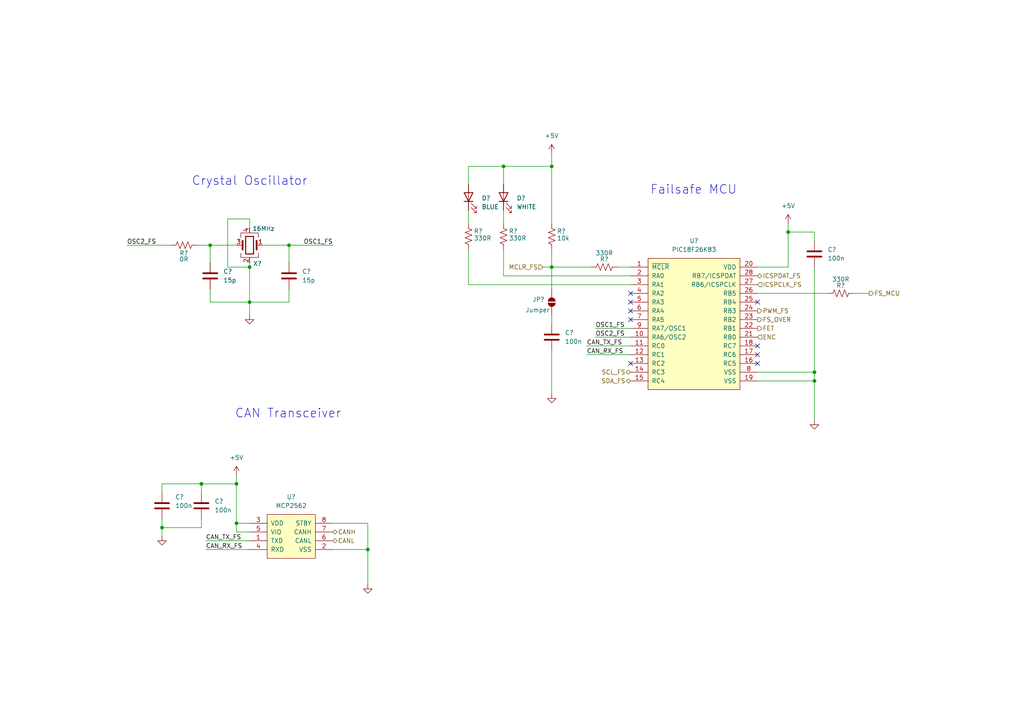
<source format=kicad_sch>
(kicad_sch (version 20231120) (generator "eeschema") (generator_version "8.0")
  (paper "A4")
  (lib_symbols
    (symbol "canhw:+5V" (power) (pin_numbers hide) (pin_names (offset 0) hide)
      (property "Value" "+5V" (at 0 3.556 0))
      (symbol "+5V_0_1"
        (polyline (pts (xy -0.762 1.27) (xy 0 2.54)))
        (polyline (pts (xy 0 0) (xy 0 2.54)))
        (polyline (pts (xy 0 2.54) (xy 0.762 1.27)))
      )
      (symbol "+5V_1_1"
        (pin power_in line (at 0 0 90) (length 0) (name "~") (number "1"))
      )
    )
    (symbol "canhw:C" (pin_numbers hide) (pin_names (offset 0.254))
      (property "Reference" "C" (at 0.635 2.54 0))
      (property "Value" "C" (at 0.635 -2.54 0))
      (symbol "C_0_1"
        (polyline (pts (xy -2.032 -0.762) (xy 2.032 -0.762)) (stroke (width 0.508)))
        (polyline (pts (xy -2.032 0.762) (xy 2.032 0.762)) (stroke (width 0.508)))
      )
      (symbol "C_1_1"
        (pin passive line (at 0 3.81 270) (length 2.794) (name "~") (number "1"))
        (pin passive line (at 0 -3.81 90) (length 2.794) (name "~") (number "2"))
      )
    )
    (symbol "canhw:Crystal_GND24" (pin_names (offset 1.016) hide)
      (property "Reference" "Y" (at 3.175 5.08 0))
      (property "Value" "Crystal_GND24" (at 3.175 3.175 0))
      (symbol "Crystal_GND24_0_1"
        (rectangle (start -1.143 2.54) (end 1.143 -2.54) (stroke (width 0.3048)))
        (polyline (pts (xy -2.54 0) (xy -2.032 0)))
        (polyline (pts (xy -2.032 -1.27) (xy -2.032 1.27)) (stroke (width 0.508)))
        (polyline (pts (xy 0 -3.81) (xy 0 -3.556)))
        (polyline (pts (xy 0 3.556) (xy 0 3.81)))
        (polyline (pts (xy 2.032 -1.27) (xy 2.032 1.27)) (stroke (width 0.508)))
        (polyline (pts (xy 2.032 0) (xy 2.54 0)))
        (polyline (pts (xy -2.54 -2.286) (xy -2.54 -3.556) (xy 2.54 -3.556) (xy 2.54 -2.286)))
        (polyline (pts (xy -2.54 2.286) (xy -2.54 3.556) (xy 2.54 3.556) (xy 2.54 2.286)))
      )
      (symbol "Crystal_GND24_1_1"
        (pin passive line (at -3.81 0 0) (length 1.27) (name "1") (number "1"))
        (pin passive line (at 0 5.08 270) (length 1.27) (name "2") (number "2"))
        (pin passive line (at 3.81 0 180) (length 1.27) (name "3") (number "3"))
        (pin passive line (at 0 -5.08 90) (length 1.27) (name "4") (number "4"))
      )
    )
    (symbol "canhw:GND" (power) (pin_numbers hide) (pin_names (offset 0) hide)
      (property "Value" "GND" (at 0 -3.81 0))
      (symbol "GND_0_1"
        (polyline (pts (xy 0 0) (xy 0 -1.27) (xy 1.27 -1.27) (xy 0 -2.54) (xy -1.27 -1.27) (xy 0 -1.27)))
      )
      (symbol "GND_1_1"
        (pin power_in line (at 0 0 270) (length 0) (name "~") (number "1"))
      )
    )
    (symbol "canhw:LED" (pin_numbers hide) (pin_names (offset 1.016) hide)
      (property "Reference" "D" (at 0 2.54 0))
      (property "Value" "LED" (at 0 -2.54 0))
      (symbol "LED_0_1"
        (polyline (pts (xy -1.27 -1.27) (xy -1.27 1.27)) (stroke (width 0.254)))
        (polyline (pts (xy -1.27 0) (xy 1.27 0)))
        (polyline (pts (xy 1.27 -1.27) (xy 1.27 1.27) (xy -1.27 0) (xy 1.27 -1.27)) (stroke (width 0.254)))
        (polyline (pts (xy -3.048 -0.762) (xy -4.572 -2.286) (xy -3.81 -2.286) (xy -4.572 -2.286) (xy -4.572 -1.524)))
        (polyline (pts (xy -1.778 -0.762) (xy -3.302 -2.286) (xy -2.54 -2.286) (xy -3.302 -2.286) (xy -3.302 -1.524)))
      )
      (symbol "LED_1_1"
        (pin passive line (at -3.81 0 0) (length 2.54) (name "K") (number "1"))
        (pin passive line (at 3.81 0 180) (length 2.54) (name "A") (number "2"))
      )
    )
    (symbol "canhw:MCP2562" (pin_names (offset 1.016))
      (property "Reference" "U" (at 5.08 3.81 0))
      (property "Value" "MCP2562" (at -3.81 3.81 0))
      (symbol "MCP2562_0_1"
        (rectangle (start -7.62 2.54) (end 6.35 -10.16) (fill (type background)))
      )
      (symbol "MCP2562_1_1"
        (pin bidirectional line (at -12.7 -5.08 0) (length 5.08) (name "TXD") (number "1"))
        (pin power_in line (at 11.43 -7.62 180) (length 5.08) (name "VSS") (number "2"))
        (pin power_in line (at -12.7 0 0) (length 5.08) (name "VDD") (number "3"))
        (pin bidirectional line (at -12.7 -7.62 0) (length 5.08) (name "RXD") (number "4"))
        (pin bidirectional line (at -12.7 -2.54 0) (length 5.08) (name "VIO") (number "5"))
        (pin bidirectional line (at 11.43 -5.08 180) (length 5.08) (name "CANL") (number "6"))
        (pin bidirectional line (at 11.43 -2.54 180) (length 5.08) (name "CANH") (number "7"))
        (pin bidirectional line (at 11.43 0 180) (length 5.08) (name "STBY") (number "8"))
      )
    )
    (symbol "canhw:PIC18F26K83" (pin_names (offset 1.016))
      (property "Reference" "U" (at 11.43 20.32 0))
      (property "Value" "PIC18F26K83" (at -7.62 20.32 0))
      (symbol "PIC18F26K83_0_1"
        (rectangle (start -13.97 19.05) (end 12.7 -19.05) (fill (type background)))
      )
      (symbol "PIC18F26K83_1_1"
        (pin input line (at -19.05 16.51 0) (length 5.08) (name "~{MCLR}") (number "1"))
        (pin bidirectional line (at -19.05 -3.81 0) (length 5.08) (name "RA6/OSC2") (number "10"))
        (pin bidirectional line (at -19.05 -6.35 0) (length 5.08) (name "RC0") (number "11"))
        (pin bidirectional line (at -19.05 -8.89 0) (length 5.08) (name "RC1") (number "12"))
        (pin bidirectional line (at -19.05 -11.43 0) (length 5.08) (name "RC2") (number "13"))
        (pin bidirectional line (at -19.05 -13.97 0) (length 5.08) (name "RC3") (number "14"))
        (pin bidirectional line (at -19.05 -16.51 0) (length 5.08) (name "RC4") (number "15"))
        (pin bidirectional line (at 17.78 -11.43 180) (length 5.08) (name "RC5") (number "16"))
        (pin bidirectional line (at 17.78 -8.89 180) (length 5.08) (name "RC6") (number "17"))
        (pin bidirectional line (at 17.78 -6.35 180) (length 5.08) (name "RC7") (number "18"))
        (pin power_in line (at 17.78 -16.51 180) (length 5.08) (name "VSS") (number "19"))
        (pin bidirectional line (at -19.05 13.97 0) (length 5.08) (name "RA0") (number "2"))
        (pin power_in line (at 17.78 16.51 180) (length 5.08) (name "VDD") (number "20"))
        (pin bidirectional line (at 17.78 -3.81 180) (length 5.08) (name "RB0") (number "21"))
        (pin bidirectional line (at 17.78 -1.27 180) (length 5.08) (name "RB1") (number "22"))
        (pin bidirectional line (at 17.78 1.27 180) (length 5.08) (name "RB2") (number "23"))
        (pin bidirectional line (at 17.78 3.81 180) (length 5.08) (name "RB3") (number "24"))
        (pin bidirectional line (at 17.78 6.35 180) (length 5.08) (name "RB4") (number "25"))
        (pin bidirectional line (at 17.78 8.89 180) (length 5.08) (name "RB5") (number "26"))
        (pin bidirectional line (at 17.78 11.43 180) (length 5.08) (name "RB6/ICSPCLK") (number "27"))
        (pin bidirectional line (at 17.78 13.97 180) (length 5.08) (name "RB7/ICSPDAT") (number "28"))
        (pin bidirectional line (at -19.05 11.43 0) (length 5.08) (name "RA1") (number "3"))
        (pin bidirectional line (at -19.05 8.89 0) (length 5.08) (name "RA2") (number "4"))
        (pin bidirectional line (at -19.05 6.35 0) (length 5.08) (name "RA3") (number "5"))
        (pin bidirectional line (at -19.05 3.81 0) (length 5.08) (name "RA4") (number "6"))
        (pin bidirectional line (at -19.05 1.27 0) (length 5.08) (name "RA5") (number "7"))
        (pin power_in line (at 17.78 -13.97 180) (length 5.08) (name "VSS") (number "8"))
        (pin bidirectional line (at -19.05 -1.27 0) (length 5.08) (name "RA7/OSC1") (number "9"))
      )
    )
    (symbol "canhw:R_US" (pin_numbers hide) (pin_names (offset 0))
      (property "Reference" "R" (at 2.54 0 90))
      (property "Value" "R_US" (at -2.54 0 90))
      (symbol "R_US_0_1"
        (polyline (pts (xy 0 -2.286) (xy 0 -2.54)))
        (polyline (pts (xy 0 2.286) (xy 0 2.54)))
        (polyline (pts (xy 0 -0.762) (xy 1.016 -1.143) (xy 0 -1.524) (xy -1.016 -1.905) (xy 0 -2.286)))
        (polyline (pts (xy 0 0.762) (xy 1.016 0.381) (xy 0 0) (xy -1.016 -0.381) (xy 0 -0.762)))
        (polyline (pts (xy 0 2.286) (xy 1.016 1.905) (xy 0 1.524) (xy -1.016 1.143) (xy 0 0.762)))
      )
      (symbol "R_US_1_1"
        (pin passive line (at 0 3.81 270) (length 1.27) (name "~") (number "1"))
        (pin passive line (at 0 -3.81 90) (length 1.27) (name "~") (number "2"))
      )
    )
    (symbol "canhw:SolderJumper_2_Open" (pin_numbers hide) (pin_names (offset 0) hide) (exclude_from_sim yes) (in_bom no)
      (property "Reference" "JP" (at 0 2.032 0))
      (property "Value" "SolderJumper_2_Open" (at 0 -2.54 0))
      (symbol "SolderJumper_2_Open_0_1"
        (arc (start -0.254 1.016) (mid -1.2656 0) (end -0.254 -1.016))
        (arc (start -0.254 1.016) (mid -1.2656 0) (end -0.254 -1.016) (fill (type outline)))
        (polyline (pts (xy -0.254 1.016) (xy -0.254 -1.016)))
        (polyline (pts (xy 0.254 1.016) (xy 0.254 -1.016)))
        (arc (start 0.254 -1.016) (mid 1.2656 0) (end 0.254 1.016))
        (arc (start 0.254 -1.016) (mid 1.2656 0) (end 0.254 1.016) (fill (type outline)))
      )
      (symbol "SolderJumper_2_Open_1_1"
        (pin passive line (at -3.81 0 0) (length 2.54) (name "A") (number "1"))
        (pin passive line (at 3.81 0 180) (length 2.54) (name "B") (number "2"))
      )
    )
  )
  (junction (at 106.68 159.385))
  (junction (at 160.02 77.47))
  (junction (at 228.6 67.31))
  (junction (at 68.58 151.765))
  (junction (at 160.02 48.26))
  (junction (at 68.58 140.335))
  (junction (at 46.99 153.035))
  (junction (at 58.42 140.335))
  (junction (at 72.39 87.63))
  (junction (at 60.96 71.12))
  (junction (at 236.22 110.49))
  (junction (at 83.82 71.12))
  (junction (at 146.05 48.26))
  (junction (at 236.22 107.95))
  (junction (at 72.39 77.47))
  (no_connect (at 219.71 87.63))
  (no_connect (at 182.88 105.41))
  (no_connect (at 182.88 87.63))
  (no_connect (at 182.88 92.71))
  (no_connect (at 219.71 100.33))
  (no_connect (at 182.88 85.09))
  (no_connect (at 219.71 102.87))
  (no_connect (at 182.88 90.17))
  (no_connect (at 219.71 105.41))
  (wire (pts (xy 219.71 85.09) (xy 240.03 85.09)))
  (wire (pts (xy 170.18 100.33) (xy 182.88 100.33)))
  (wire (pts (xy 172.72 97.79) (xy 182.88 97.79)))
  (wire (pts (xy 57.15 71.12) (xy 60.96 71.12)))
  (wire (pts (xy 146.05 48.26) (xy 146.05 53.34)))
  (wire (pts (xy 157.48 77.47) (xy 160.02 77.47)))
  (wire (pts (xy 219.71 77.47) (xy 228.6 77.47)))
  (wire (pts (xy 83.82 87.63) (xy 72.39 87.63)))
  (wire (pts (xy 60.96 71.12) (xy 60.96 76.2)))
  (wire (pts (xy 228.6 67.31) (xy 236.22 67.31)))
  (wire (pts (xy 72.39 77.47) (xy 72.39 87.63)))
  (wire (pts (xy 58.42 150.495) (xy 58.42 153.035)))
  (wire (pts (xy 59.69 156.845) (xy 72.39 156.845)))
  (wire (pts (xy 76.2 71.12) (xy 83.82 71.12)))
  (wire (pts (xy 46.99 153.035) (xy 58.42 153.035)))
  (wire (pts (xy 135.89 60.96) (xy 135.89 64.77)))
  (wire (pts (xy 58.42 142.875) (xy 58.42 140.335)))
  (wire (pts (xy 96.52 159.385) (xy 106.68 159.385)))
  (wire (pts (xy 247.65 85.09) (xy 252.095 85.09)))
  (wire (pts (xy 68.58 71.12) (xy 60.96 71.12)))
  (wire (pts (xy 72.39 63.5) (xy 66.04 63.5)))
  (wire (pts (xy 68.58 137.795) (xy 68.58 140.335)))
  (wire (pts (xy 146.05 48.26) (xy 160.02 48.26)))
  (wire (pts (xy 46.99 140.335) (xy 46.99 142.875)))
  (wire (pts (xy 106.68 159.385) (xy 106.68 169.545)))
  (wire (pts (xy 236.22 77.47) (xy 236.22 107.95)))
  (wire (pts (xy 72.39 87.63) (xy 72.39 91.44)))
  (wire (pts (xy 68.58 154.305) (xy 68.58 151.765)))
  (wire (pts (xy 236.22 110.49) (xy 236.22 121.92)))
  (wire (pts (xy 160.02 48.26) (xy 160.02 64.77)))
  (wire (pts (xy 146.05 60.96) (xy 146.05 64.77)))
  (wire (pts (xy 68.58 140.335) (xy 68.58 151.765)))
  (wire (pts (xy 182.88 82.55) (xy 135.89 82.55)))
  (wire (pts (xy 106.68 151.765) (xy 106.68 159.385)))
  (wire (pts (xy 160.02 91.44) (xy 160.02 93.98)))
  (wire (pts (xy 219.71 110.49) (xy 236.22 110.49)))
  (wire (pts (xy 146.05 72.39) (xy 146.05 80.01)))
  (wire (pts (xy 135.89 72.39) (xy 135.89 82.55)))
  (wire (pts (xy 46.99 150.495) (xy 46.99 153.035)))
  (wire (pts (xy 135.89 48.26) (xy 135.89 53.34)))
  (wire (pts (xy 236.22 69.85) (xy 236.22 67.31)))
  (wire (pts (xy 179.07 77.47) (xy 182.88 77.47)))
  (wire (pts (xy 83.82 71.12) (xy 96.52 71.12)))
  (wire (pts (xy 83.82 71.12) (xy 83.82 76.2)))
  (wire (pts (xy 72.39 66.04) (xy 72.39 63.5)))
  (wire (pts (xy 146.05 80.01) (xy 182.88 80.01)))
  (wire (pts (xy 72.39 154.305) (xy 68.58 154.305)))
  (wire (pts (xy 66.04 77.47) (xy 72.39 77.47)))
  (wire (pts (xy 96.52 151.765) (xy 106.68 151.765)))
  (wire (pts (xy 46.99 140.335) (xy 58.42 140.335)))
  (wire (pts (xy 72.39 151.765) (xy 68.58 151.765)))
  (wire (pts (xy 228.6 67.31) (xy 228.6 77.47)))
  (wire (pts (xy 83.82 83.82) (xy 83.82 87.63)))
  (wire (pts (xy 219.71 107.95) (xy 236.22 107.95)))
  (wire (pts (xy 135.89 48.26) (xy 146.05 48.26)))
  (wire (pts (xy 58.42 140.335) (xy 68.58 140.335)))
  (wire (pts (xy 72.39 77.47) (xy 72.39 76.2)))
  (wire (pts (xy 160.02 101.6) (xy 160.02 114.3)))
  (wire (pts (xy 160.02 72.39) (xy 160.02 77.47)))
  (wire (pts (xy 160.02 44.45) (xy 160.02 48.26)))
  (wire (pts (xy 46.99 153.035) (xy 46.99 155.575)))
  (wire (pts (xy 60.96 87.63) (xy 72.39 87.63)))
  (wire (pts (xy 170.18 102.87) (xy 182.88 102.87)))
  (wire (pts (xy 228.6 64.77) (xy 228.6 67.31)))
  (wire (pts (xy 160.02 77.47) (xy 160.02 83.82)))
  (wire (pts (xy 160.02 77.47) (xy 171.45 77.47)))
  (wire (pts (xy 236.22 107.95) (xy 236.22 110.49)))
  (wire (pts (xy 36.83 71.12) (xy 49.53 71.12)))
  (wire (pts (xy 60.96 83.82) (xy 60.96 87.63)))
  (wire (pts (xy 172.72 95.25) (xy 182.88 95.25)))
  (wire (pts (xy 66.04 63.5) (xy 66.04 77.47)))
  (wire (pts (xy 59.69 159.385) (xy 72.39 159.385)))
  (text "Failsafe MCU" (at 201.168 55.118 0) (effects (font (size 2.54 2.54))))
  (text "Crystal Oscillator" (at 72.39 52.578 0) (effects (font (size 2.54 2.54))))
  (text "CAN Transceiver" (at 83.566 120.015 0) (effects (font (size 2.54 2.54))))
  (label "OSC1_FS" (at 172.72 95.25 0))
  (label "CAN_RX_FS" (at 59.69 159.385 0))
  (label "CAN_TX_FS" (at 59.69 156.845 0))
  (label "OSC1_FS" (at 96.52 71.12 180))
  (label "CAN_TX_FS" (at 170.18 100.33 0))
  (label "OSC2_FS" (at 36.83 71.12 0))
  (label "CAN_RX_FS" (at 170.18 102.87 0))
  (label "OSC2_FS" (at 172.72 97.79 0))
  (hierarchical_label "FS_OVER" (shape output) (at 219.71 92.71 0))
  (hierarchical_label "ENC" (shape input) (at 219.71 97.79 0))
  (hierarchical_label "ICSPCLK_FS" (shape input) (at 219.71 82.55 0))
  (hierarchical_label "ICSPDAT_FS" (shape bidirectional) (at 219.71 80.01 0))
  (hierarchical_label "MCLR_FS" (shape input) (at 157.48 77.47 180))
  (hierarchical_label "CANH" (shape bidirectional) (at 96.52 154.305 0))
  (hierarchical_label "FET" (shape output) (at 219.71 95.25 0))
  (hierarchical_label "SCL_FS" (shape bidirectional) (at 182.88 107.95 180))
  (hierarchical_label "PWM_FS" (shape output) (at 219.71 90.17 0))
  (hierarchical_label "SDA_FS" (shape bidirectional) (at 182.88 110.49 180))
  (hierarchical_label "CANL" (shape bidirectional) (at 96.52 156.845 0))
  (hierarchical_label "FS_MCU" (shape output) (at 252.095 85.09 0))
  (symbol (lib_id "canhw:R_US") (at 135.89 68.58 0) (unit 1)
    (property "Reference" "R?" (at 137.414 67.056 0) (effects (justify left)))
    (property "Value" "330R" (at 137.414 69.088 0) (effects (justify left)))
    (property "Description" "Resistor, US symbol" (effects (hide yes)))
  )
  (symbol (lib_id "canhw:+5V") (at 160.02 44.45 0) (unit 1)
    (property "Reference" "#PWR031" (effects (hide yes)))
    (property "Value" "+5V" (at 160.02 39.37 0))
    (property "Description" "Power symbol creates a global label with name \"+5V\"" (effects (hide yes)))
  )
  (symbol (lib_id "canhw:R_US") (at 160.02 68.58 0) (unit 1)
    (property "Reference" "R?" (at 161.544 67.056 0) (effects (justify left)))
    (property "Value" "10k" (at 161.544 69.088 0) (effects (justify left)))
    (property "Description" "Resistor, US symbol" (effects (hide yes)))
  )
  (symbol (lib_id "canhw:SolderJumper_2_Open") (at 160.02 87.63 90) (unit 1) (exclude_from_sim yes) (in_bom no)
    (property "Reference" "JP?" (at 154.432 86.868 90) (effects (justify right)))
    (property "Value" "Jumper" (at 152.4 89.916 90) (effects (justify right)))
    (property "Description" "Solder Jumper, 2-pole, open" (effects (hide yes)))
  )
  (symbol (lib_id "canhw:MCP2562") (at 85.09 151.765 0) (unit 1)
    (property "Reference" "U?" (at 84.455 144.145 0))
    (property "Value" "MCP2562" (at 84.455 146.685 0))
  )
  (symbol (lib_id "canhw:C") (at 58.42 146.685 0) (unit 1)
    (property "Reference" "C?" (at 62.23 145.4149 0) (effects (justify left)))
    (property "Value" "100n" (at 62.23 147.9549 0) (effects (justify left)))
    (property "Description" "Unpolarized capacitor" (effects (hide yes)))
  )
  (symbol (lib_id "canhw:GND") (at 46.99 155.575 0) (unit 1)
    (property "Reference" "#PWR017" (effects (hide yes)))
    (property "Value" "GND" (effects (hide yes)))
    (property "Description" "Power symbol creates a global label with name \"GND\" , ground" (effects (hide yes)))
  )
  (symbol (lib_id "canhw:R_US") (at 175.26 77.47 270) (unit 1)
    (property "Reference" "R?" (at 175.26 75.184 90))
    (property "Value" "330R" (at 175.26 73.406 90))
    (property "Description" "Resistor, US symbol" (effects (hide yes)))
  )
  (symbol (lib_id "canhw:Crystal_GND24") (at 72.39 71.12 180) (unit 1)
    (property "Reference" "X?" (at 74.676 76.454 0))
    (property "Value" "16MHz" (at 76.454 66.294 0))
    (property "Footprint" "Crystal:Crystal_SMD_2016-4Pin_2.0x1.6mm" (effects (hide yes)))
    (property "Description" "Four pin crystal, GND on pins 2 and 4" (effects (hide yes)))
  )
  (symbol (lib_id "canhw:R_US") (at 146.05 68.58 0) (unit 1)
    (property "Reference" "R?" (at 147.574 67.056 0) (effects (justify left)))
    (property "Value" "330R" (at 147.574 69.088 0) (effects (justify left)))
    (property "Description" "Resistor, US symbol" (effects (hide yes)))
  )
  (symbol (lib_id "canhw:+5V") (at 228.6 64.77 0) (unit 1)
    (property "Reference" "#PWR033" (effects (hide yes)))
    (property "Value" "+5V" (at 228.6 59.69 0))
    (property "Description" "Power symbol creates a global label with name \"+5V\"" (effects (hide yes)))
  )
  (symbol (lib_id "canhw:R_US") (at 243.84 85.09 270) (unit 1)
    (property "Reference" "R?" (at 243.84 82.804 90))
    (property "Value" "330R" (at 243.84 81.026 90))
    (property "Description" "Resistor, US symbol" (effects (hide yes)))
  )
  (symbol (lib_id "canhw:GND") (at 236.22 121.92 0) (unit 1)
    (property "Reference" "#PWR034" (effects (hide yes)))
    (property "Value" "GND" (effects (hide yes)))
    (property "Description" "Power symbol creates a global label with name \"GND\" , ground" (effects (hide yes)))
  )
  (symbol (lib_id "canhw:R_US") (at 53.34 71.12 90) (unit 1)
    (property "Reference" "R?" (at 53.34 73.406 90))
    (property "Value" "0R" (at 53.34 75.184 90))
    (property "Description" "Resistor, US symbol" (effects (hide yes)))
  )
  (symbol (lib_id "canhw:C") (at 160.02 97.79 0) (unit 1)
    (property "Reference" "C?" (at 163.83 96.5199 0) (effects (justify left)))
    (property "Value" "100n" (at 163.83 99.0599 0) (effects (justify left)))
    (property "Description" "Unpolarized capacitor" (effects (hide yes)))
  )
  (symbol (lib_id "canhw:GND") (at 72.39 91.44 0) (unit 1)
    (property "Reference" "#PWR035" (effects (hide yes)))
    (property "Value" "GND" (effects (hide yes)))
    (property "Description" "Power symbol creates a global label with name \"GND\" , ground" (effects (hide yes)))
  )
  (symbol (lib_id "canhw:LED") (at 146.05 57.15 90) (unit 1)
    (property "Reference" "D?" (at 149.86 57.4674 90) (effects (justify right)))
    (property "Value" "WHITE" (at 149.86 60.0074 90) (effects (justify right)))
    (property "Description" "Light emitting diode" (effects (hide yes)))
  )
  (symbol (lib_id "canhw:C") (at 60.96 80.01 0) (unit 1)
    (property "Reference" "C?" (at 64.77 78.7399 0) (effects (justify left)))
    (property "Value" "15p" (at 64.77 81.2799 0) (effects (justify left)))
    (property "Description" "Unpolarized capacitor" (effects (hide yes)))
  )
  (symbol (lib_id "canhw:GND") (at 106.68 169.545 0) (unit 1)
    (property "Reference" "#PWR025" (effects (hide yes)))
    (property "Value" "GND" (effects (hide yes)))
    (property "Description" "Power symbol creates a global label with name \"GND\" , ground" (effects (hide yes)))
  )
  (symbol (lib_id "canhw:GND") (at 160.02 114.3 0) (unit 1)
    (property "Reference" "#PWR032" (effects (hide yes)))
    (property "Value" "GND" (effects (hide yes)))
    (property "Description" "Power symbol creates a global label with name \"GND\" , ground" (effects (hide yes)))
  )
  (symbol (lib_id "canhw:PIC18F26K83") (at 201.93 93.98 0) (unit 1)
    (property "Reference" "U?" (at 201.295 69.85 0))
    (property "Value" "PIC18F26K83" (at 201.295 72.39 0))
  )
  (symbol (lib_id "canhw:C") (at 83.82 80.01 0) (unit 1)
    (property "Reference" "C?" (at 87.63 78.7399 0) (effects (justify left)))
    (property "Value" "15p" (at 87.63 81.2799 0) (effects (justify left)))
    (property "Description" "Unpolarized capacitor" (effects (hide yes)))
  )
  (symbol (lib_id "canhw:+5V") (at 68.58 137.795 0) (unit 1)
    (property "Reference" "#PWR019" (effects (hide yes)))
    (property "Value" "+5V" (at 68.58 132.715 0))
    (property "Description" "Power symbol creates a global label with name \"+5V\"" (effects (hide yes)))
  )
  (symbol (lib_id "canhw:C") (at 46.99 146.685 0) (unit 1)
    (property "Reference" "C?" (at 50.8 144.1449 0) (effects (justify left)))
    (property "Value" "100n" (at 50.8 146.6849 0) (effects (justify left)))
    (property "Description" "Unpolarized capacitor" (effects (hide yes)))
  )
  (symbol (lib_id "canhw:LED") (at 135.89 57.15 90) (unit 1)
    (property "Reference" "D?" (at 139.7 57.4674 90) (effects (justify right)))
    (property "Value" "BLUE" (at 139.7 60.0074 90) (effects (justify right)))
    (property "Description" "Light emitting diode" (effects (hide yes)))
  )
  (symbol (lib_id "canhw:C") (at 236.22 73.66 0) (unit 1)
    (property "Reference" "C?" (at 240.03 72.3899 0) (effects (justify left)))
    (property "Value" "100n" (at 240.03 74.9299 0) (effects (justify left)))
    (property "Description" "Unpolarized capacitor" (effects (hide yes)))
  )
)
</source>
